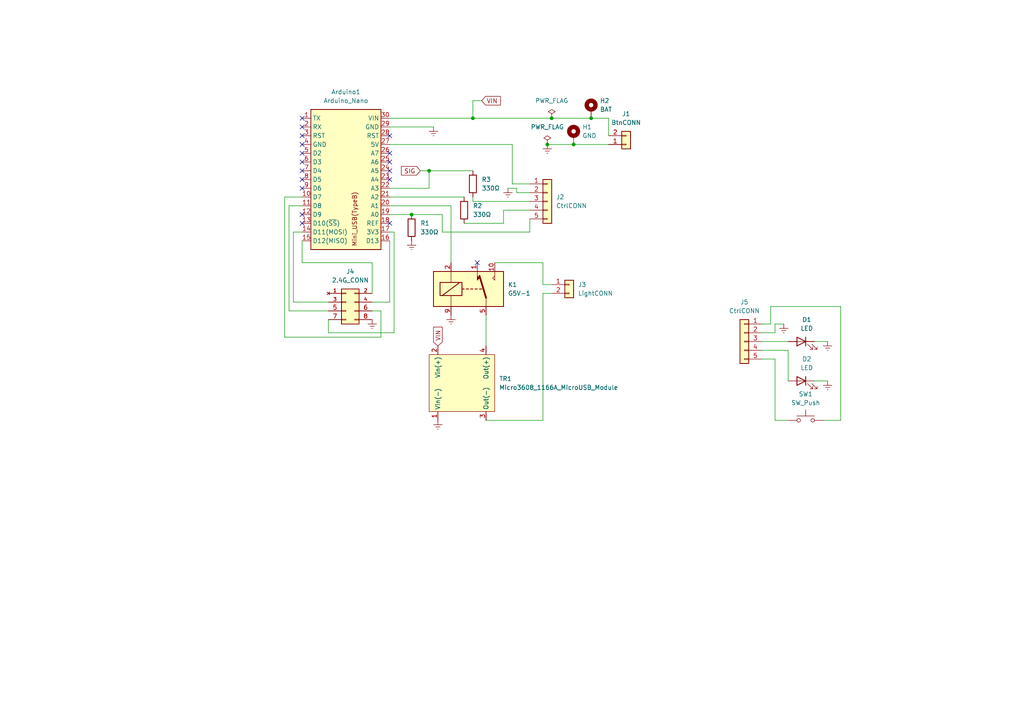
<source format=kicad_sch>
(kicad_sch (version 20211123) (generator eeschema)
  (paper "A4")
  (lib_symbols
    (symbol "Connector_Generic:Conn_01x02" (pin_names (offset 1.016) hide)
      (property "Reference" "J" (at 0 2.54 0))
      (property "Value" "Conn_01x02" (at 0 -5.08 0))
      (symbol "Conn_01x02_1_1"
        (rectangle (start -1.27 -2.413) (end 0 -2.667) (stroke (width 0.1524)))
        (rectangle (start -1.27 0.127) (end 0 -0.127) (stroke (width 0.1524)))
        (rectangle (start -1.27 1.27) (end 1.27 -3.81) (stroke (width 0.254)) (fill (type background)))
        (pin passive line (at -5.08 0 0) (length 3.81) (name "Pin_1") (number "1"))
        (pin passive line (at -5.08 -2.54 0) (length 3.81) (name "Pin_2") (number "2"))
      )
    )
    (symbol "Connector_Generic:Conn_01x05" (pin_names (offset 1.016) hide)
      (property "Reference" "J" (at 0 7.62 0))
      (property "Value" "Conn_01x05" (at 0 -7.62 0))
      (symbol "Conn_01x05_1_1"
        (rectangle (start -1.27 -4.953) (end 0 -5.207) (stroke (width 0.1524)))
        (rectangle (start -1.27 -2.413) (end 0 -2.667) (stroke (width 0.1524)))
        (rectangle (start -1.27 0.127) (end 0 -0.127) (stroke (width 0.1524)))
        (rectangle (start -1.27 2.667) (end 0 2.413) (stroke (width 0.1524)))
        (rectangle (start -1.27 5.207) (end 0 4.953) (stroke (width 0.1524)))
        (rectangle (start -1.27 6.35) (end 1.27 -6.35) (stroke (width 0.254)) (fill (type background)))
        (pin passive line (at -5.08 5.08 0) (length 3.81) (name "Pin_1") (number "1"))
        (pin passive line (at -5.08 2.54 0) (length 3.81) (name "Pin_2") (number "2"))
        (pin passive line (at -5.08 0 0) (length 3.81) (name "Pin_3") (number "3"))
        (pin passive line (at -5.08 -2.54 0) (length 3.81) (name "Pin_4") (number "4"))
        (pin passive line (at -5.08 -5.08 0) (length 3.81) (name "Pin_5") (number "5"))
      )
    )
    (symbol "Connector_Generic_MountingPin:2.4G_CONN" (pin_names (offset 1.016) hide)
      (property "Reference" "J2" (at 1.27 8.89 0))
      (property "Value" "2.4G_CONN" (at 1.27 6.35 0))
      (symbol "2.4G_CONN_1_1"
        (rectangle (start -1.27 -4.953) (end 0 -5.207) (stroke (width 0.1524)))
        (rectangle (start -1.27 -2.413) (end 0 -2.667) (stroke (width 0.1524)))
        (rectangle (start -1.27 0.127) (end 0 -0.127) (stroke (width 0.1524)))
        (rectangle (start -1.27 2.667) (end 0 2.413) (stroke (width 0.1524)))
        (rectangle (start -1.27 3.81) (end 3.81 -6.35) (stroke (width 0.254)) (fill (type background)))
        (rectangle (start 3.81 -4.953) (end 2.54 -5.207) (stroke (width 0.1524)))
        (rectangle (start 3.81 -2.413) (end 2.54 -2.667) (stroke (width 0.1524)))
        (rectangle (start 3.81 0.127) (end 2.54 -0.127) (stroke (width 0.1524)))
        (rectangle (start 3.81 2.667) (end 2.54 2.413) (stroke (width 0.1524)))
        (pin no_connect line (at -5.08 2.54 0) (length 3.81) (name "EMPTY") (number "1"))
        (pin passive line (at 7.62 2.54 180) (length 3.81) (name "MISO") (number "2"))
        (pin passive line (at -5.08 0 0) (length 3.81) (name "MOSI") (number "3"))
        (pin passive line (at 7.62 0 180) (length 3.81) (name "SCLK") (number "4"))
        (pin passive line (at -5.08 -2.54 0) (length 3.81) (name "CSN") (number "5"))
        (pin passive line (at 7.62 -2.54 180) (length 3.81) (name "CE") (number "6"))
        (pin passive line (at -5.08 -5.08 0) (length 3.81) (name "VCC") (number "7"))
        (pin passive line (at 7.62 -5.08 180) (length 3.81) (name "GND") (number "8"))
      )
    )
    (symbol "Converter_DCDC:Micro3608_1166A_MicroUSB_Module"
      (property "Reference" "TR" (at 0 -11.43 0))
      (property "Value" "Micro3608_1166A_MicroUSB_Module" (at 0 -8.89 0))
      (symbol "Micro3608_1166A_MicroUSB_Module_0_1"
        (rectangle (start -8.89 11.43) (end 7.62 -7.62) (fill (type background)))
      )
      (symbol "Micro3608_1166A_MicroUSB_Module_1_1"
        (pin power_in line (at -11.43 8.89 0) (length 2.54) (name "Vin(-)") (number "1"))
        (pin power_in line (at 10.16 8.89 180) (length 2.54) (name "Vin(+)") (number "2"))
        (pin power_out line (at -11.43 -5.08 0) (length 2.54) (name "Out(-)") (number "3"))
        (pin power_out line (at 10.16 -5.08 180) (length 2.54) (name "Out(+)") (number "4"))
      )
    )
    (symbol "Device:LED" (pin_numbers hide) (pin_names (offset 1.016) hide)
      (property "Reference" "D" (at 0 2.54 0))
      (property "Value" "LED" (at 0 -2.54 0))
      (symbol "LED_0_1"
        (polyline (pts (xy -1.27 -1.27) (xy -1.27 1.27)) (stroke (width 0.254)))
        (polyline (pts (xy -1.27 0) (xy 1.27 0)))
        (polyline (pts (xy 1.27 -1.27) (xy 1.27 1.27) (xy -1.27 0) (xy 1.27 -1.27)) (stroke (width 0.254)))
        (polyline (pts (xy -3.048 -0.762) (xy -4.572 -2.286) (xy -3.81 -2.286) (xy -4.572 -2.286) (xy -4.572 -1.524)))
        (polyline (pts (xy -1.778 -0.762) (xy -3.302 -2.286) (xy -2.54 -2.286) (xy -3.302 -2.286) (xy -3.302 -1.524)))
      )
      (symbol "LED_1_1"
        (pin passive line (at -3.81 0 0) (length 2.54) (name "K") (number "1"))
        (pin passive line (at 3.81 0 180) (length 2.54) (name "A") (number "2"))
      )
    )
    (symbol "Device:R" (pin_numbers hide) (pin_names (offset 0))
      (property "Reference" "R" (at 2.032 0 90))
      (property "Value" "R" (at 0 0 90))
      (symbol "R_0_1"
        (rectangle (start -1.016 -2.54) (end 1.016 2.54) (stroke (width 0.254)))
      )
      (symbol "R_1_1"
        (pin passive line (at 0 3.81 270) (length 1.27) (name "~") (number "1"))
        (pin passive line (at 0 -3.81 90) (length 1.27) (name "~") (number "2"))
      )
    )
    (symbol "MCU_Module:Arduino_Nano"
      (property "Reference" "Arduino1" (at 0 26.67 0))
      (property "Value" "Arduino_Nano" (at 0 24.13 0))
      (symbol "Arduino_Nano_0_0"
        (text "Mini_USB(TypeB)" (at 2.54 -10.16 900) (effects (font (size 1.27 1.27))))
      )
      (symbol "Arduino_Nano_0_1"
        (rectangle (start -10.16 21.59) (end 10.16 -19.05) (stroke (width 0.254)) (fill (type background)))
      )
      (symbol "Arduino_Nano_1_1"
        (pin input line (at -12.7 19.05 0) (length 2.54) (name "TX") (number "1"))
        (pin bidirectional line (at -12.7 -3.81 0) (length 2.54) (name "D7") (number "10"))
        (pin bidirectional line (at -12.7 -6.35 0) (length 2.54) (name "D8") (number "11"))
        (pin bidirectional line (at -12.7 -8.89 0) (length 2.54) (name "D9") (number "12"))
        (pin bidirectional line (at -12.7 -11.43 0) (length 2.54) (name "D10(~{SS})") (number "13"))
        (pin bidirectional line (at -12.7 -13.97 0) (length 2.54) (name "D11(MOSI)") (number "14"))
        (pin bidirectional line (at -12.7 -16.51 0) (length 2.54) (name "D12(MISO)") (number "15"))
        (pin bidirectional line (at 12.7 -16.51 180) (length 2.54) (name "D13") (number "16"))
        (pin bidirectional line (at 12.7 -13.97 180) (length 2.54) (name "3V3") (number "17"))
        (pin bidirectional line (at 12.7 -11.43 180) (length 2.54) (name "REF") (number "18"))
        (pin bidirectional line (at 12.7 -8.89 180) (length 2.54) (name "A0") (number "19"))
        (pin output line (at -12.7 16.51 0) (length 2.54) (name "RX") (number "2"))
        (pin bidirectional line (at 12.7 -6.35 180) (length 2.54) (name "A1") (number "20"))
        (pin bidirectional line (at 12.7 -3.81 180) (length 2.54) (name "A2") (number "21"))
        (pin bidirectional line (at 12.7 -1.27 180) (length 2.54) (name "A3") (number "22"))
        (pin bidirectional line (at 12.7 1.27 180) (length 2.54) (name "A4") (number "23"))
        (pin bidirectional line (at 12.7 3.81 180) (length 2.54) (name "A5") (number "24"))
        (pin bidirectional line (at 12.7 6.35 180) (length 2.54) (name "A6") (number "25"))
        (pin bidirectional line (at 12.7 8.89 180) (length 2.54) (name "A7") (number "26"))
        (pin bidirectional line (at 12.7 11.43 180) (length 2.54) (name "5V") (number "27"))
        (pin input line (at 12.7 13.97 180) (length 2.54) (name "RST") (number "28"))
        (pin input line (at 12.7 16.51 180) (length 2.54) (name "GND") (number "29"))
        (pin bidirectional line (at -12.7 13.97 0) (length 2.54) (name "RST") (number "3"))
        (pin input line (at 12.7 19.05 180) (length 2.54) (name "VIN") (number "30"))
        (pin bidirectional line (at -12.7 11.43 0) (length 2.54) (name "GND") (number "4"))
        (pin bidirectional line (at -12.7 8.89 0) (length 2.54) (name "D2") (number "5"))
        (pin bidirectional line (at -12.7 6.35 0) (length 2.54) (name "D3") (number "6"))
        (pin bidirectional line (at -12.7 3.81 0) (length 2.54) (name "D4") (number "7"))
        (pin bidirectional line (at -12.7 1.27 0) (length 2.54) (name "D5") (number "8"))
        (pin bidirectional line (at -12.7 -1.27 0) (length 2.54) (name "D6") (number "9"))
      )
    )
    (symbol "Mechanical:MountingHole_Pad" (pin_numbers hide) (pin_names (offset 1.016) hide)
      (property "Reference" "H" (at 0 6.35 0))
      (property "Value" "MountingHole_Pad" (at 0 4.445 0))
      (symbol "MountingHole_Pad_0_1"
        (circle (center 0 1.27) (radius 1.27) (stroke (width 1.27)))
      )
      (symbol "MountingHole_Pad_1_1"
        (pin input line (at 0 -2.54 90) (length 2.54) (name "1") (number "1"))
      )
    )
    (symbol "Relay:G5V-1"
      (property "Reference" "K" (at 11.43 3.81 0))
      (property "Value" "G5V-1" (at 11.43 1.27 0))
      (symbol "G5V-1_0_0"
        (polyline (pts (xy 7.62 5.08) (xy 7.62 2.54) (xy 6.985 3.175) (xy 7.62 3.81)))
      )
      (symbol "G5V-1_0_1"
        (rectangle (start -10.16 5.08) (end 10.16 -5.08) (stroke (width 0.254)) (fill (type background)))
        (rectangle (start -8.255 1.905) (end -1.905 -1.905) (stroke (width 0.254)))
        (polyline (pts (xy -7.62 -1.905) (xy -2.54 1.905)) (stroke (width 0.254)))
        (polyline (pts (xy -5.08 -5.08) (xy -5.08 -1.905)))
        (polyline (pts (xy -5.08 5.08) (xy -5.08 1.905)))
        (polyline (pts (xy -1.905 0) (xy -1.27 0)) (stroke (width 0.254)))
        (polyline (pts (xy -0.635 0) (xy 0 0)) (stroke (width 0.254)))
        (polyline (pts (xy 0.635 0) (xy 1.27 0)) (stroke (width 0.254)))
        (polyline (pts (xy 1.905 0) (xy 2.54 0)) (stroke (width 0.254)))
        (polyline (pts (xy 3.175 0) (xy 3.81 0)) (stroke (width 0.254)))
        (polyline (pts (xy 5.08 -2.54) (xy 3.175 3.81)) (stroke (width 0.508)))
        (polyline (pts (xy 5.08 -2.54) (xy 5.08 -5.08)))
        (polyline (pts (xy 2.54 5.08) (xy 2.54 2.54) (xy 3.175 3.175) (xy 2.54 3.81)) (fill (type outline)))
      )
      (symbol "G5V-1_1_1"
        (pin passive line (at 2.54 7.62 270) (length 2.54) (name "~") (number "1"))
        (pin passive line (at 7.62 7.62 270) (length 2.54) (name "~") (number "10"))
        (pin passive line (at -5.08 7.62 270) (length 2.54) (name "~") (number "2"))
        (pin passive line (at 5.08 -7.62 90) (length 2.54) (name "~") (number "5"))
        (pin passive line (at 5.08 -7.62 90) (length 2.54) hide (name "~") (number "6"))
        (pin passive line (at -5.08 -7.62 90) (length 2.54) (name "~") (number "9"))
      )
    )
    (symbol "Switch:SW_Push" (pin_numbers hide) (pin_names (offset 1.016) hide)
      (property "Reference" "SW" (at 1.27 2.54 0))
      (property "Value" "SW_Push" (at 0 -1.524 0))
      (symbol "SW_Push_0_1"
        (circle (center -2.032 0) (radius 0.508))
        (polyline (pts (xy 0 1.27) (xy 0 3.048)))
        (polyline (pts (xy 2.54 1.27) (xy -2.54 1.27)))
        (circle (center 2.032 0) (radius 0.508))
        (pin passive line (at -5.08 0 0) (length 2.54) (name "1") (number "1"))
        (pin passive line (at 5.08 0 180) (length 2.54) (name "2") (number "2"))
      )
    )
    (symbol "power:Earth" (power) (pin_names (offset 0))
      (symbol "Earth_0_1"
        (polyline (pts (xy -0.635 -1.905) (xy 0.635 -1.905)))
        (polyline (pts (xy -0.127 -2.54) (xy 0.127 -2.54)))
        (polyline (pts (xy 0 -1.27) (xy 0 0)))
        (polyline (pts (xy 1.27 -1.27) (xy -1.27 -1.27)))
      )
      (symbol "Earth_1_1"
        (pin power_in line (at 0 0 270) (length 0) hide (name "Earth") (number "1"))
      )
    )
    (symbol "power:PWR_FLAG" (power) (pin_numbers hide) (pin_names (offset 0) hide)
      (property "Value" "PWR_FLAG" (at 0 3.81 0))
      (symbol "PWR_FLAG_0_0"
        (pin power_out line (at 0 0 90) (length 0) (name "pwr") (number "1"))
      )
      (symbol "PWR_FLAG_0_1"
        (polyline (pts (xy 0 0) (xy 0 1.27) (xy -1.016 1.905) (xy 0 2.54) (xy 1.016 1.905) (xy 0 1.27)))
      )
    )
  )
  (junction (at 137.16 34.29))
  (junction (at 124.46 49.53))
  (junction (at 160.02 34.29))
  (junction (at 171.45 34.29))
  (junction (at 158.75 41.91))
  (junction (at 119.38 62.23))
  (junction (at 166.37 41.91))
  (no_connect (at 87.63 62.23))
  (no_connect (at 87.63 36.83))
  (no_connect (at 113.03 64.77))
  (no_connect (at 113.03 46.99))
  (no_connect (at 138.43 76.2))
  (no_connect (at 113.03 52.07))
  (no_connect (at 113.03 39.37))
  (no_connect (at 87.63 39.37))
  (no_connect (at 113.03 49.53))
  (no_connect (at 87.63 34.29))
  (no_connect (at 87.63 64.77))
  (no_connect (at 87.63 52.07))
  (no_connect (at 87.63 54.61))
  (no_connect (at 87.63 44.45))
  (no_connect (at 87.63 46.99))
  (no_connect (at 87.63 49.53))
  (no_connect (at 113.03 44.45))
  (no_connect (at 87.63 41.91))
  (wire (pts (xy 137.16 29.21) (xy 139.7 29.21)))
  (wire (pts (xy 220.98 93.98) (xy 223.52 93.98)))
  (wire (pts (xy 176.53 39.37) (xy 176.53 34.29)))
  (wire (pts (xy 153.67 53.34) (xy 148.59 53.34)))
  (wire (pts (xy 82.55 57.15) (xy 82.55 97.79)))
  (wire (pts (xy 140.97 100.33) (xy 140.97 91.44)))
  (wire (pts (xy 236.22 99.06) (xy 240.03 99.06)))
  (wire (pts (xy 113.03 62.23) (xy 119.38 62.23)))
  (wire (pts (xy 137.16 34.29) (xy 137.16 29.21)))
  (wire (pts (xy 220.98 99.06) (xy 228.6 99.06)))
  (wire (pts (xy 223.52 88.9) (xy 243.84 88.9)))
  (wire (pts (xy 87.63 76.2) (xy 107.95 76.2)))
  (wire (pts (xy 157.48 82.55) (xy 160.02 82.55)))
  (wire (pts (xy 121.92 49.53) (xy 124.46 49.53)))
  (wire (pts (xy 148.59 41.91) (xy 148.59 53.34)))
  (wire (pts (xy 146.05 60.96) (xy 153.67 60.96)))
  (wire (pts (xy 157.48 76.2) (xy 157.48 82.55)))
  (wire (pts (xy 82.55 97.79) (xy 110.49 97.79)))
  (wire (pts (xy 137.16 34.29) (xy 160.02 34.29)))
  (wire (pts (xy 85.09 67.31) (xy 85.09 87.63)))
  (wire (pts (xy 153.67 63.5) (xy 153.67 67.31)))
  (wire (pts (xy 137.16 57.15) (xy 137.16 58.42)))
  (wire (pts (xy 143.51 76.2) (xy 157.48 76.2)))
  (wire (pts (xy 137.16 58.42) (xy 153.67 58.42)))
  (wire (pts (xy 220.98 96.52) (xy 224.79 96.52)))
  (wire (pts (xy 146.05 64.77) (xy 146.05 60.96)))
  (wire (pts (xy 113.03 34.29) (xy 137.16 34.29)))
  (wire (pts (xy 220.98 101.6) (xy 228.6 101.6)))
  (wire (pts (xy 224.79 121.92) (xy 228.6 121.92)))
  (wire (pts (xy 137.16 49.53) (xy 124.46 49.53)))
  (wire (pts (xy 134.62 64.77) (xy 146.05 64.77)))
  (wire (pts (xy 124.46 49.53) (xy 124.46 54.61)))
  (wire (pts (xy 140.97 121.92) (xy 157.48 121.92)))
  (wire (pts (xy 113.03 67.31) (xy 114.3 67.31)))
  (wire (pts (xy 83.82 59.69) (xy 83.82 90.17)))
  (wire (pts (xy 114.3 67.31) (xy 114.3 96.52)))
  (wire (pts (xy 130.81 59.69) (xy 130.81 76.2)))
  (wire (pts (xy 224.79 96.52) (xy 224.79 93.98)))
  (wire (pts (xy 113.03 69.85) (xy 113.03 87.63)))
  (wire (pts (xy 87.63 67.31) (xy 85.09 67.31)))
  (wire (pts (xy 85.09 87.63) (xy 95.25 87.63)))
  (wire (pts (xy 107.95 90.17) (xy 110.49 90.17)))
  (wire (pts (xy 224.79 93.98) (xy 227.33 93.98)))
  (wire (pts (xy 124.46 54.61) (xy 113.03 54.61)))
  (wire (pts (xy 110.49 97.79) (xy 110.49 90.17)))
  (wire (pts (xy 113.03 57.15) (xy 134.62 57.15)))
  (wire (pts (xy 83.82 90.17) (xy 95.25 90.17)))
  (wire (pts (xy 113.03 87.63) (xy 107.95 87.63)))
  (wire (pts (xy 148.59 41.91) (xy 113.03 41.91)))
  (wire (pts (xy 119.38 62.23) (xy 128.27 62.23)))
  (wire (pts (xy 223.52 93.98) (xy 223.52 88.9)))
  (wire (pts (xy 157.48 121.92) (xy 157.48 85.09)))
  (wire (pts (xy 107.95 76.2) (xy 107.95 85.09)))
  (wire (pts (xy 166.37 41.91) (xy 176.53 41.91)))
  (wire (pts (xy 147.32 54.61) (xy 149.86 54.61)))
  (wire (pts (xy 224.79 104.14) (xy 224.79 121.92)))
  (wire (pts (xy 171.45 34.29) (xy 176.53 34.29)))
  (wire (pts (xy 149.86 55.88) (xy 153.67 55.88)))
  (wire (pts (xy 157.48 85.09) (xy 160.02 85.09)))
  (wire (pts (xy 113.03 59.69) (xy 130.81 59.69)))
  (wire (pts (xy 236.22 110.49) (xy 240.03 110.49)))
  (wire (pts (xy 238.76 121.92) (xy 243.84 121.92)))
  (wire (pts (xy 87.63 59.69) (xy 83.82 59.69)))
  (wire (pts (xy 95.25 92.71) (xy 95.25 96.52)))
  (wire (pts (xy 243.84 88.9) (xy 243.84 121.92)))
  (wire (pts (xy 87.63 57.15) (xy 82.55 57.15)))
  (wire (pts (xy 95.25 96.52) (xy 114.3 96.52)))
  (wire (pts (xy 228.6 101.6) (xy 228.6 110.49)))
  (wire (pts (xy 158.75 41.91) (xy 166.37 41.91)))
  (wire (pts (xy 113.03 36.83) (xy 125.73 36.83)))
  (wire (pts (xy 128.27 62.23) (xy 128.27 67.31)))
  (wire (pts (xy 149.86 54.61) (xy 149.86 55.88)))
  (wire (pts (xy 128.27 67.31) (xy 153.67 67.31)))
  (wire (pts (xy 220.98 104.14) (xy 224.79 104.14)))
  (wire (pts (xy 87.63 69.85) (xy 87.63 76.2)))
  (wire (pts (xy 160.02 34.29) (xy 171.45 34.29)))
  (global_label "VIN" (shape input) (at 127 100.33 90) (property "Intersheet References" "${INTERSHEET_REFS}" (effects hide)))
  (global_label "VIN" (shape input) (at 139.7 29.21 0) (property "Intersheet References" "${INTERSHEET_REFS}" (effects hide)))
  (global_label "SIG" (shape input) (at 121.92 49.53 180) (property "Intersheet References" "${INTERSHEET_REFS}" (effects hide)))
  (symbol (lib_id "Mechanical:MountingHole_Pad") (at 171.45 31.75 0) (unit 1)
    (property "Reference" "H2" (at 173.99 29.2099 0) (effects (justify left)))
    (property "Value" "BAT" (at 173.99 31.7499 0) (effects (justify left)))
    (property "Footprint" "TestPoint:TestPoint_Pad_D3.0mm" (effects hide))
  )
  (symbol (lib_id "Connector_Generic:Conn_01x02") (at 165.1 82.55 0) (unit 1)
    (property "Reference" "J3" (at 167.64 82.5499 0) (effects (justify left)))
    (property "Value" "LightCONN" (at 167.64 85.0899 0) (effects (justify left)))
    (property "Footprint" "Connector_PinHeader_2.54mm:PinHeader_1x02_P2.54mm_Vertical" (effects hide))
  )
  (symbol (lib_id "power:Earth") (at 240.03 110.49 0) (unit 1)
    (property "Reference" "#PWR010" (effects hide))
    (property "Value" "Earth" (effects hide))
  )
  (symbol (lib_id "Connector_Generic:Conn_01x02") (at 181.61 41.91 0) (mirror x) (unit 1)
    (property "Reference" "J1" (at 181.61 33.02 0))
    (property "Value" "BtnCONN" (at 181.61 35.56 0))
    (property "Footprint" "Connector_PinHeader_2.54mm:PinHeader_1x02_P2.54mm_Vertical" (effects hide))
  )
  (symbol (lib_id "MCU_Module:Arduino_Nano") (at 100.33 53.34 0) (unit 1)
    (property "Reference" "Arduino1" (at 100.33 26.67 0))
    (property "Value" "Arduino_Nano" (at 100.33 29.21 0))
    (property "Footprint" "Module:Arduino_Nano" (effects hide))
  )
  (symbol (lib_id "power:Earth") (at 130.81 91.44 0) (unit 1)
    (property "Reference" "#PWR04" (effects hide))
    (property "Value" "Earth" (effects hide))
  )
  (symbol (lib_id "Device:R") (at 119.38 66.04 0) (unit 1)
    (property "Reference" "R1" (at 121.92 64.7699 0) (effects (justify left)))
    (property "Value" "330Ω" (at 121.92 67.3099 0) (effects (justify left)))
    (property "Footprint" "Resistor_SMD:R_1206_3216Metric_Pad1.30x1.75mm_HandSolder" (effects hide))
  )
  (symbol (lib_id "power:Earth") (at 158.75 41.91 0) (unit 1)
    (property "Reference" "#PWR07" (effects hide))
    (property "Value" "Earth" (effects hide))
  )
  (symbol (lib_id "Device:R") (at 137.16 53.34 180) (unit 1)
    (property "Reference" "R3" (at 139.7 52.0699 0) (effects (justify right)))
    (property "Value" "330Ω" (at 139.7 54.6099 0) (effects (justify right)))
    (property "Footprint" "Resistor_SMD:R_1206_3216Metric_Pad1.30x1.75mm_HandSolder" (effects hide))
  )
  (symbol (lib_id "power:Earth") (at 107.95 92.71 0) (unit 1)
    (property "Reference" "#PWR01" (effects hide))
    (property "Value" "Earth" (effects hide))
  )
  (symbol (lib_id "Device:LED") (at 232.41 99.06 0) (mirror y) (unit 1)
    (property "Reference" "D1" (at 233.9975 92.71 0))
    (property "Value" "LED" (at 233.9975 95.25 0))
    (property "Footprint" "LED_THT:LED_D5.0mm" (effects hide))
  )
  (symbol (lib_id "Connector_Generic:Conn_01x05") (at 158.75 58.42 0) (unit 1)
    (property "Reference" "J2" (at 161.29 57.1499 0) (effects (justify left)))
    (property "Value" "CtrlCONN" (at 161.29 59.6899 0) (effects (justify left)))
    (property "Footprint" "Connector_PinHeader_2.54mm:PinHeader_1x05_P2.54mm_Vertical" (effects hide))
  )
  (symbol (lib_id "Relay:G5V-1") (at 135.89 83.82 0) (unit 1)
    (property "Reference" "K1" (at 147.32 82.5499 0) (effects (justify left)))
    (property "Value" "G5V-1" (at 147.32 85.0899 0) (effects (justify left)))
    (property "Footprint" "Relay_THT:Relay_SPDT_Omron_G5V-1" (effects hide))
    (property "Datasheet" "http://omronfs.omron.com/en_US/ecb/products/pdf/en-g5v_1.pdf" (effects hide))
  )
  (symbol (lib_id "Converter_DCDC:Micro3608_1166A_MicroUSB_Module") (at 135.89 110.49 90) (unit 1)
    (property "Reference" "TR1" (at 144.78 109.8549 90) (effects (justify right)))
    (property "Value" "Micro3608_1166A_MicroUSB_Module" (at 144.78 112.3949 90) (effects (justify right)))
    (property "Footprint" "Transistor_Power_Module:Micro3608_1166A_MicroUSB_Module" (effects hide))
  )
  (symbol (lib_id "power:Earth") (at 127 121.92 0) (unit 1)
    (property "Reference" "#PWR013" (effects hide))
    (property "Value" "Earth" (effects hide))
  )
  (symbol (lib_id "power:PWR_FLAG") (at 160.02 34.29 0) (unit 1)
    (property "Reference" "#FLG01" (effects hide))
    (property "Value" "PWR_FLAG" (at 160.02 29.21 0))
  )
  (symbol (lib_id "Connector_Generic_MountingPin:2.4G_CONN") (at 100.33 87.63 0) (unit 1)
    (property "Reference" "J4" (at 101.6 78.74 0))
    (property "Value" "2.4G_CONN" (at 101.6 81.28 0))
    (property "Footprint" "Connector_PinHeader_2.54mm:PinHeader_2x04_P2.54mm_Vertical" (effects hide))
  )
  (symbol (lib_id "Mechanical:MountingHole_Pad") (at 166.37 39.37 0) (unit 1)
    (property "Reference" "H1" (at 168.91 36.8299 0) (effects (justify left)))
    (property "Value" "GND" (at 168.91 39.3699 0) (effects (justify left)))
    (property "Footprint" "TestPoint:TestPoint_Pad_D3.0mm" (effects hide))
  )
  (symbol (lib_id "power:Earth") (at 147.32 54.61 0) (unit 1)
    (property "Reference" "#PWR05" (effects hide))
    (property "Value" "Earth" (effects hide))
  )
  (symbol (lib_id "Device:LED") (at 232.41 110.49 0) (mirror y) (unit 1)
    (property "Reference" "D2" (at 233.9975 104.14 0))
    (property "Value" "LED" (at 233.9975 106.68 0))
    (property "Footprint" "LED_THT:LED_D5.0mm" (effects hide))
  )
  (symbol (lib_id "power:PWR_FLAG") (at 158.75 41.91 0) (unit 1)
    (property "Reference" "#FLG02" (effects hide))
    (property "Value" "PWR_FLAG" (at 158.75 36.83 0))
  )
  (symbol (lib_id "Connector_Generic:Conn_01x05") (at 215.9 99.06 0) (mirror y) (unit 1)
    (property "Reference" "J5" (at 215.9 87.63 0))
    (property "Value" "CtrlCONN" (at 215.9 90.17 0))
    (property "Footprint" "Connector_PinHeader_2.54mm:PinHeader_1x05_P2.54mm_Vertical" (effects hide))
  )
  (symbol (lib_id "power:Earth") (at 227.33 93.98 0) (unit 1)
    (property "Reference" "#PWR08" (effects hide))
    (property "Value" "Earth" (effects hide))
  )
  (symbol (lib_id "power:Earth") (at 119.38 69.85 0) (unit 1)
    (property "Reference" "#PWR02" (effects hide))
    (property "Value" "Earth" (effects hide))
  )
  (symbol (lib_id "power:Earth") (at 125.73 36.83 0) (unit 1)
    (property "Reference" "#PWR03" (effects hide))
    (property "Value" "Earth" (effects hide))
  )
  (symbol (lib_id "power:Earth") (at 240.03 99.06 0) (unit 1)
    (property "Reference" "#PWR09" (effects hide))
    (property "Value" "Earth" (effects hide))
  )
  (symbol (lib_id "Switch:SW_Push") (at 233.68 121.92 0) (unit 1)
    (property "Reference" "SW1" (at 233.68 114.3 0))
    (property "Value" "SW_Push" (at 233.68 116.84 0))
    (property "Footprint" "Connector_PinHeader_2.54mm:PinHeader_1x02_P2.54mm_Vertical" (effects hide))
  )
  (symbol (lib_id "Device:R") (at 134.62 60.96 0) (unit 1)
    (property "Reference" "R2" (at 137.16 59.6899 0) (effects (justify left)))
    (property "Value" "330Ω" (at 137.16 62.2299 0) (effects (justify left)))
    (property "Footprint" "Resistor_SMD:R_1206_3216Metric_Pad1.30x1.75mm_HandSolder" (effects hide))
  )
)
</source>
